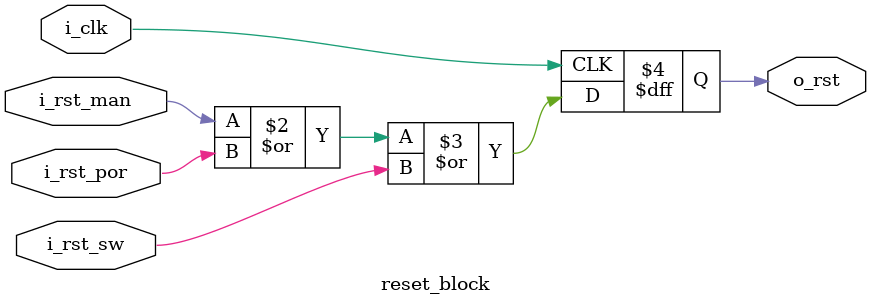
<source format=v>
/*********************************************************************
Victor Vasquez
description: one global reset out of manual reset, power on reset and
             software reset
**********************************************************************/

module reset_block (
    input   i_clk,
    input   i_rst_man,
    input   i_rst_por,
    input   i_rst_sw,
    output reg o_rst
);

always @ (posedge i_clk) begin
    o_rst   <= i_rst_man | i_rst_por | i_rst_sw;
end

endmodule
</source>
